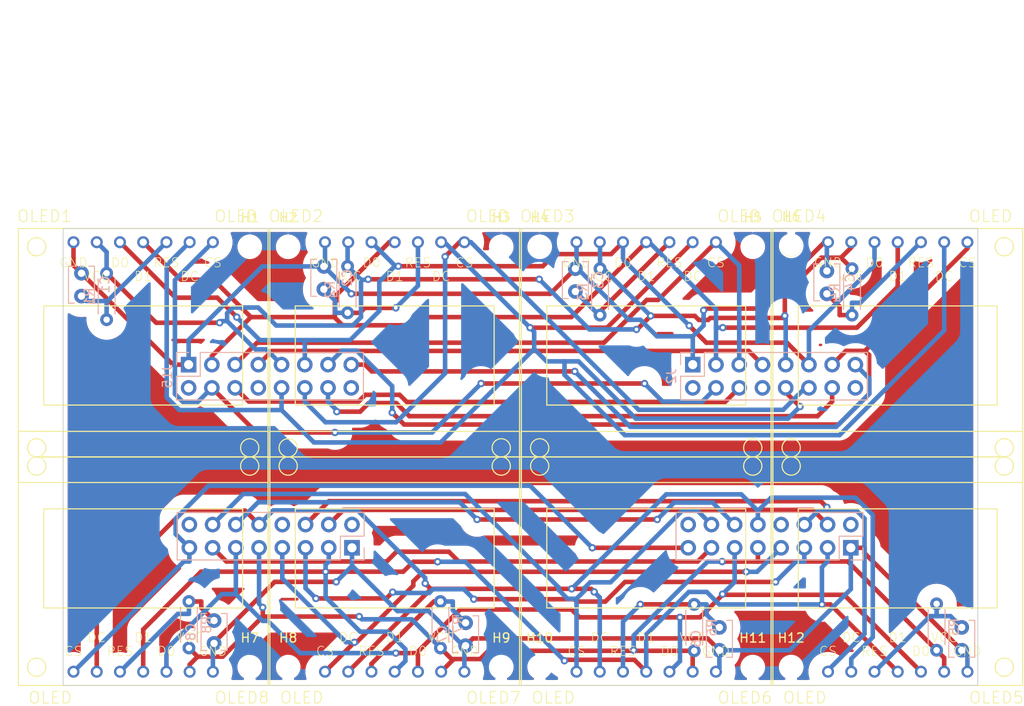
<source format=kicad_pcb>
(kicad_pcb (version 20221018) (generator pcbnew)
  (layers (0 "F.Cu" signal) (31 "B.Cu" signal) (34 "B.Paste" user) (35 "F.Paste" user) (36 "B.SilkS" user "B.Silkscreen") (37 "F.SilkS" user "F.Silkscreen") (38 "B.Mask" user) (39 "F.Mask" user) (44 "Edge.Cuts" user))
  (net 0 "")
  (net 2 "Net-(C1-Pad1)")
  (net 3 "Net-(J15-Pin_1)")
  (net 4 "Net-(C2-Pad1)")
  (net 5 "Net-(C3-Pad1)")
  (net 6 "Net-(C4-Pad1)")
  (net 7 "Net-(J15-Pin_3)")
  (net 8 "Net-(J15-Pin_4)")
  (net 9 "Net-(J15-Pin_5)")
  (net 10 "Net-(J15-Pin_6)")
  (net 11 "Net-(J15-Pin_7)")
  (net 12 "Net-(J15-Pin_9)")
  (net 13 "Net-(J15-Pin_10)")
  (net 14 "Net-(J15-Pin_11)")
  (net 15 "Net-(J15-Pin_12)")
  (net 16 "Net-(J15-Pin_13)")
  (net 17 "Net-(J15-Pin_14)")
  (net 18 "Net-(J15-Pin_15)")
  (net 20 "Net-(C5-Pad1)")
  (net 21 "Net-(J1-Pin_1)")
  (net 22 "Net-(C6-Pad1)")
  (net 23 "Net-(C7-Pad1)")
  (net 24 "Net-(C8-Pad1)")
  (net 26 "Net-(J1-Pin_3)")
  (net 27 "Net-(J1-Pin_4)")
  (net 28 "Net-(J1-Pin_5)")
  (net 29 "Net-(J1-Pin_6)")
  (net 30 "Net-(J1-Pin_7)")
  (net 32 "Net-(J1-Pin_9)")
  (net 33 "Net-(J1-Pin_10)")
  (net 34 "Net-(J1-Pin_11)")
  (net 35 "Net-(J1-Pin_12)")
  (net 36 "Net-(J1-Pin_13)")
  (net 37 "Net-(J1-Pin_14)")
  (net 38 "Net-(J1-Pin_15)")
  (footprint "MountingHole:MountingHole_2.2mm_M2" (layer "F.Cu") (at 147.9 98.1)
    (fp_text reference "H9")
    (fp_text value "MountingHole")
  )
  (footprint "MountingHole:MountingHole_2.2mm_M2" (layer "F.Cu") (at 179.6 52)
    (fp_text reference "H6")
    (fp_text value "MountingHole")
  )
  (footprint "MountingHole:MountingHole_2.2mm_M2" (layer "F.Cu") (at 175.4 98.1)
    (fp_text reference "H11")
    (fp_text value "MountingHole")
  )
  (footprint "oled:oled-OLED_STANDARD" (layer "F.Cu") (at 191.25 63.9977)
    (fp_text reference "OLED4")
    (fp_text value "OLED")
  )
  (footprint "oled:oled-OLED_STANDARD" (layer "F.Cu") (at 108.75 86.2023 180)
    (fp_text reference "OLED8")
    (fp_text value "OLED")
  )
  (footprint "oled:oled-OLED_STANDARD" (layer "F.Cu") (at 163.75 64)
    (fp_text reference "OLED3")
    (fp_text value "OLED")
  )
  (footprint "oled:oled-OLED_STANDARD" (layer "F.Cu") (at 108.75 64)
    (fp_text reference "OLED1")
    (fp_text value "OLED")
  )
  (footprint "oled:oled-OLED_STANDARD" (layer "F.Cu") (at 163.75 86.2 180)
    (fp_text reference "OLED6")
    (fp_text value "OLED")
  )
  (footprint "oled:oled-OLED_STANDARD" (layer "F.Cu") (at 191.25 86.2 180)
    (fp_text reference "OLED5")
    (fp_text value "OLED")
  )
  (footprint "MountingHole:MountingHole_2.2mm_M2" (layer "F.Cu") (at 152.1 52.1)
    (fp_text reference "H4")
    (fp_text value "MountingHole")
  )
  (footprint "MountingHole:MountingHole_2.2mm_M2" (layer "F.Cu") (at 124.6 98.1)
    (fp_text reference "H8")
    (fp_text value "MountingHole")
  )
  (footprint "MountingHole:MountingHole_2.2mm_M2" (layer "F.Cu") (at 147.9 52.1)
    (fp_text reference "H3")
    (fp_text value "MountingHole")
  )
  (footprint "oled:oled-OLED_STANDARD" (layer "F.Cu") (at 136.25 86.2 180)
    (fp_text reference "OLED7")
    (fp_text value "OLED")
  )
  (footprint "MountingHole:MountingHole_2.2mm_M2" (layer "F.Cu") (at 124.6 52.1)
    (fp_text reference "H2")
    (fp_text value "MountingHole")
  )
  (footprint "MountingHole:MountingHole_2.2mm_M2" (layer "F.Cu") (at 120.4 98.1)
    (fp_text reference "H7")
    (fp_text value "MountingHole")
  )
  (footprint "MountingHole:MountingHole_2.2mm_M2" (layer "F.Cu") (at 175.4 52.1)
    (fp_text reference "H5")
    (fp_text value "MountingHole")
  )
  (footprint "MountingHole:MountingHole_2.2mm_M2" (layer "F.Cu") (at 152.1 98.1)
    (fp_text reference "H10")
    (fp_text value "MountingHole")
  )
  (footprint "MountingHole:MountingHole_2.2mm_M2" (layer "F.Cu") (at 179.6 98.1)
    (fp_text reference "H12")
    (fp_text value "MountingHole")
  )
  (footprint "oled:oled-OLED_STANDARD" (layer "F.Cu") (at 136.25 64)
    (fp_text reference "OLED2")
    (fp_text value "OLED")
  )
  (footprint "MountingHole:MountingHole_2.2mm_M2" (layer "F.Cu") (at 120.4 52.1)
    (fp_text reference "H1")
    (fp_text value "MountingHole")
  )
  (footprint "Connector_PinHeader_2.54mm:PinHeader_2x08_P2.54mm_Vertical" (layer "B.Cu") (at 113.72 65 -90)
    (fp_text reference "J15")
    (fp_text value "Conn_02x08_Top_Bottom")
  )
  (footprint "Capacitor_THT:C_Disc_D3.8mm_W2.6mm_P2.50mm" (layer "B.Cu") (at 128.5 56.75 90)
    (fp_text reference "C2")
    (fp_text value "10uF")
  )
  (footprint "Resistor_THT:R_Axial_DIN0204_L3.6mm_D1.6mm_P5.08mm_Horizontal" (layer "B.Cu") (at 195.5 96.25 90)
    (fp_text reference "R5")
    (fp_text value "1k")
  )
  (footprint "Resistor_THT:R_Axial_DIN0204_L3.6mm_D1.6mm_P5.08mm_Horizontal" (layer "B.Cu") (at 169 96.31 90)
    (fp_text reference "R6")
    (fp_text value "1k")
  )
  (footprint "Resistor_THT:R_Axial_DIN0204_L3.6mm_D1.6mm_P5.08mm_Horizontal" (layer "B.Cu") (at 158.7 54.5 -90)
    (fp_text reference "R3")
    (fp_text value "1k")
  )
  (footprint "Resistor_THT:R_Axial_DIN0204_L3.6mm_D1.6mm_P5.08mm_Horizontal" (layer "B.Cu") (at 186.25 54.5 -90)
    (fp_text reference "R4")
    (fp_text value "1k")
  )
  (footprint "Capacitor_THT:C_Disc_D3.8mm_W2.6mm_P2.50mm" (layer "B.Cu") (at 183.5 57.25 90)
    (fp_text reference "C4")
    (fp_text value "10uF")
  )
  (footprint "Connector_PinHeader_2.54mm:PinHeader_2x08_P2.54mm_Vertical" (layer "B.Cu") (at 131.58 85.04 90)
    (fp_text reference "J1" hide)
    (fp_text value "Conn_02x08_Top_Bottom")
  )
  (footprint "Capacitor_THT:C_Disc_D3.8mm_W2.6mm_P2.50mm" (layer "B.Cu") (at 171.75 93.75 -90)
    (fp_text reference "C6")
    (fp_text value "10uF")
  )
  (footprint "Connector_PinHeader_2.54mm:PinHeader_2x08_P2.54mm_Vertical" (layer "B.Cu") (at 186.12 85.04 90)
    (fp_text reference "J3" hide)
    (fp_text value "Conn_02x08_Top_Bottom")
  )
  (footprint "Resistor_THT:R_Axial_DIN0204_L3.6mm_D1.6mm_P5.08mm_Horizontal" (layer "B.Cu") (at 141.25 96 90)
    (fp_text reference "R7")
    (fp_text value "1k")
  )
  (footprint "Capacitor_THT:C_Disc_D3.8mm_W2.6mm_P2.50mm" (layer "B.Cu") (at 144 93.25 -90)
    (fp_text reference "C7")
    (fp_text value "10uF")
  )
  (footprint "Resistor_THT:R_Axial_DIN0204_L3.6mm_D1.6mm_P5.08mm_Horizontal" (layer "B.Cu") (at 104.75 55 -90)
    (fp_text reference "R1")
    (fp_text value "1k")
  )
  (footprint "Capacitor_THT:C_Disc_D3.8mm_W2.6mm_P2.50mm" (layer "B.Cu") (at 156 57 90)
    (fp_text reference "C3")
    (fp_text value "10uF")
  )
  (footprint "Connector_PinHeader_2.54mm:PinHeader_2x08_P2.54mm_Vertical" (layer "B.Cu") (at 168.84 65 -90)
    (fp_text reference "J2")
    (fp_text value "Conn_02x08_Top_Bottom")
  )
  (footprint "Capacitor_THT:C_Disc_D3.8mm_W2.6mm_P2.50mm" (layer "B.Cu") (at 198.25 93.75 -90)
    (fp_text reference "C5" hide)
    (fp_text value "10uF")
  )
  (footprint "Capacitor_THT:C_Disc_D3.8mm_W2.6mm_P2.50mm" (layer "B.Cu") (at 116.5 93 -90)
    (fp_text reference "C8")
    (fp_text value "10uF")
  )
  (footprint "Resistor_THT:R_Axial_DIN0204_L3.6mm_D1.6mm_P5.08mm_Horizontal" (layer "B.Cu") (at 113.75 96 90)
    (fp_text reference "R8")
    (fp_text value "1k")
  )
  (footprint "Capacitor_THT:C_Disc_D3.8mm_W2.6mm_P2.50mm" (layer "B.Cu") (at 102 57.5 90)
    (fp_text reference "C1")
    (fp_text value "10uF")
  )
  (footprint "Resistor_THT:R_Axial_DIN0204_L3.6mm_D1.6mm_P5.08mm_Horizontal" (layer "B.Cu") (at 131.1 54.25 -90)
    (fp_text reference "R2")
    (fp_text value "1k")
  )
  (gr_line (start 97.10156 75.0998) (end 202.89844 75.09754) (stroke (width 0.15)) (layer "F.SilkS"))
  (gr_poly (pts (xy 200 100.10226) (xy 100 100.10226) (xy 100 50.10226) (xy 200 50.10226)) (stroke (width 0.1)) (fill none) (layer "Edge.Cuts"))
  (segment (start 111.29 51.6023) (end 104.8523 58.04) (width 0.5) (layer "B.Cu") (net 2))
  (segment (start 104.75 58.04) (end 102.54 58.04) (width 0.5) (layer "B.Cu") (net 2))
  (segment (start 102.54 58.04) (end 102 57.5) (width 0.5) (layer "B.Cu") (net 2))
  (segment (start 104.75 58.7299) (end 104.75 58.04) (width 0.5) (layer "B.Cu") (net 2))
  (segment (start 104.8523 58.04) (end 104.75 58.04) (width 0.5) (layer "B.Cu") (net 2))
  (segment (start 104.75 60.08) (end 104.75 58.7299) (width 0.5) (layer "B.Cu") (net 2))
  (segment (start 112 65) (end 102 55) (width 0.5) (layer "F.Cu") (net 3))
  (segment (start 183.2383 51.6) (end 183.63 51.6) (width 0.5) (layer "F.Cu") (net 3))
  (segment (start 101.13 54.13) (end 101.13 51.6023) (width 0.5) (layer "F.Cu") (net 3))
  (segment (start 156 54.5) (end 153.2521 57.2479) (width 0.5) (layer "F.Cu") (net 3))
  (segment (start 113.72 65) (end 112 65) (width 0.5) (layer "F.Cu") (net 3))
  (segment (start 153.2521 57.2479) (end 131.5079 57.2479) (width 0.5) (layer "F.Cu") (net 3))
  (segment (start 175.9754 58.8629) (end 183.2383 51.6) (width 0.5) (layer "F.Cu") (net 3))
  (segment (start 170.0258 59.0586) (end 170.2215 58.8629) (width 0.5) (layer "F.Cu") (net 3))
  (segment (start 102 55) (end 101.13 54.13) (width 0.5) (layer "F.Cu") (net 3))
  (segment (start 170.2215 58.8629) (end 175.9754 58.8629) (width 0.5) (layer "F.Cu") (net 3))
  (via (at 131.5079 57.2479) (size 0.8) (drill 0.4) (layers "F.Cu" "B.Cu") (net 3))
  (via (at 170.0258 59.0586) (size 0.8) (drill 0.4) (layers "F.Cu" "B.Cu") (net 3))
  (segment (start 161.8542 60.0942) (end 156.13 54.37) (width 0.5) (layer "B.Cu") (net 3))
  (segment (start 113.72 62.304) (end 113.72 63.4999) (width 0.5) (layer "B.Cu") (net 3))
  (segment (start 164.9242 61.9) (end 163.1184 60.0942) (width 0.5) (layer "B.Cu") (net 3))
  (segment (start 168.84 63.4999) (end 168.84 61.9) (width 0.5) (layer "B.Cu") (net 3))
  (segment (start 168.84 65) (end 168.84 63.4999) (width 0.5) (layer "B.Cu") (net 3))
  (segment (start 183.63 51.6) (end 183.5 51.73) (width 0.5) (layer "B.Cu") (net 3))
  (segment (start 113.72 65) (end 113.72 63.4999) (width 0.5) (layer "B.Cu") (net 3))
  (segment (start 121.774 54.25) (end 113.72 62.304) (width 0.5) (layer "B.Cu") (net 3))
  (segment (start 131.5079 57.2479) (end 128.51 54.25) (width 0.5) (layer "B.Cu") (net 3))
  (segment (start 128.63 54.12) (end 128.63 51.6023) (width 0.5) (layer "B.Cu") (net 3))
  (segment (start 168.84 61.9) (end 164.9242 61.9) (width 0.5) (layer "B.Cu") (net 3))
  (segment (start 168.84 61.9) (end 170.0258 60.7142) (width 0.5) (layer "B.Cu") (net 3))
  (segment (start 170.0258 60.7142) (end 170.0258 59.0586) (width 0.5) (layer "B.Cu") (net 3))
  (segment (start 128.5 54.25) (end 121.774 54.25) (width 0.5) (layer "B.Cu") (net 3))
  (segment (start 156.13 54.37) (end 156.13 51.6023) (width 0.5) (layer "B.Cu") (net 3))
  (segment (start 128.5 54.25) (end 128.63 54.12) (width 0.5) (layer "B.Cu") (net 3))
  (segment (start 156 54.5) (end 156.13 54.37) (width 0.5) (layer "B.Cu") (net 3))
  (segment (start 163.1184 60.0942) (end 161.8542 60.0942) (width 0.5) (layer "B.Cu") (net 3))
  (segment (start 183.5 51.73) (end 183.5 54.75) (width 0.5) (layer "B.Cu") (net 3))
  (segment (start 128.51 54.25) (end 128.5 54.25) (width 0.5) (layer "B.Cu") (net 3))
  (segment (start 136.3686 58.7914) (end 132.9887 58.7914) (width 0.5) (layer "F.Cu") (net 4))
  (segment (start 132.9887 58.7914) (end 132.4501 59.33) (width 0.5) (layer "F.Cu") (net 4))
  (segment (start 131.1 59.33) (end 132.4501 59.33) (width 0.5) (layer "F.Cu") (net 4))
  (via (at 136.3686 58.7914) (size 0.8) (drill 0.4) (layers "F.Cu" "B.Cu") (net 4))
  (segment (start 138.79 51.6023) (end 138.79 56.37) (width 0.5) (layer "B.Cu") (net 4))
  (segment (start 138.79 56.37) (end 136.3686 58.7914) (width 0.5) (layer "B.Cu") (net 4))
  (segment (start 129.7499 57.9999) (end 128.5 56.75) (width 0.5) (layer "B.Cu") (net 4))
  (segment (start 129.7499 59.33) (end 129.7499 57.9999) (width 0.5) (layer "B.Cu") (net 4))
  (segment (start 131.1 59.33) (end 129.7499 59.33) (width 0.5) (layer "B.Cu") (net 4))
  (segment (start 166.29 51.6023) (end 158.7 59.1923) (width 0.5) (layer "F.Cu") (net 5))
  (segment (start 158.7 59.1923) (end 158.7 59.58) (width 0.5) (layer "F.Cu") (net 5))
  (segment (start 158.58 59.58) (end 156 57) (width 0.5) (layer "B.Cu") (net 5))
  (segment (start 158.7 59.58) (end 158.58 59.58) (width 0.5) (layer "B.Cu") (net 5))
  (segment (start 184.8999 59.58) (end 184.8999 58.6499) (width 0.5) (layer "F.Cu") (net 6))
  (segment (start 184.8999 58.6499) (end 183.5 57.25) (width 0.5) (layer "F.Cu") (net 6))
  (segment (start 186.25 59.58) (end 184.8999 59.58) (width 0.5) (layer "F.Cu") (net 6))
  (segment (start 186.25 58.2299) (end 187.1601 58.2299) (width 0.5) (layer "B.Cu") (net 6))
  (segment (start 186.25 59.58) (end 186.25 58.2299) (width 0.5) (layer "B.Cu") (net 6))
  (segment (start 187.1601 58.2299) (end 193.79 51.6) (width 0.5) (layer "B.Cu") (net 6))
  (segment (start 129.7037 58.2071) (end 129.9502 57.9606) (width 0.5) (layer "F.Cu") (net 7))
  (segment (start 186.7856 60.9545) (end 191.25 56.4901) (width 0.5) (layer "F.Cu") (net 7))
  (segment (start 191.25 56.4901) (end 191.25 51.6) (width 0.5) (layer "F.Cu") (net 7))
  (segment (start 137.8777 60.6936) (end 130.5414 60.6936) (width 0.5) (layer "F.Cu") (net 7))
  (segment (start 129.7037 59.7996) (end 120.5228 59.7996) (width 0.5) (layer "F.Cu") (net 7))
  (segment (start 129.9502 57.3093) (end 135.6572 51.6023) (width 0.5) (layer "F.Cu") (net 7))
  (segment (start 163.75 51.6023) (end 155.5524 59.7999) (width 0.5) (layer "F.Cu") (net 7))
  (segment (start 120.5228 59.7996) (end 116.4292 55.7061) (width 0.5) (layer "F.Cu") (net 7))
  (segment (start 116.26 65) (end 116.26 64.0624) (width 0.5) (layer "F.Cu") (net 7))
  (segment (start 130.5414 60.6936) (end 129.7037 59.8559) (width 0.5) (layer "F.Cu") (net 7))
  (segment (start 129.7037 59.8559) (end 129.7037 59.7996) (width 0.5) (layer "F.Cu") (net 7))
  (segment (start 138.7714 59.7999) (end 137.8777 60.6936) (width 0.5) (layer "F.Cu") (net 7))
  (segment (start 129.9502 57.9606) (end 129.9502 57.3093) (width 0.5) (layer "F.Cu") (net 7))
  (segment (start 135.6572 51.6023) (end 136.25 51.6023) (width 0.5) (layer "F.Cu") (net 7))
  (segment (start 112.8538 55.7061) (end 108.75 51.6023) (width 0.5) (layer "F.Cu") (net 7))
  (segment (start 116.4292 55.7061) (end 112.8538 55.7061) (width 0.5) (layer "F.Cu") (net 7))
  (segment (start 129.7037 59.7996) (end 129.7037 58.2071) (width 0.5) (layer "F.Cu") (net 7))
  (segment (start 172.1232 60.9545) (end 186.7856 60.9545) (width 0.5) (layer "F.Cu") (net 7))
  (segment (start 116.26 64.0624) (end 120.5228 59.7996) (width 0.5) (layer "F.Cu") (net 7))
  (segment (start 155.5524 59.7999) (end 138.7714 59.7999) (width 0.5) (layer "F.Cu") (net 7))
  (via (at 172.1232 60.9545) (size 0.8) (drill 0.4) (layers "F.Cu" "B.Cu") (net 7))
  (segment (start 171.38 60.9545) (end 172.1232 60.9545) (width 0.5) (layer "B.Cu") (net 7))
  (segment (start 171.38 60.9545) (end 171.38 58.9119) (width 0.5) (layer "B.Cu") (net 7))
  (segment (start 171.38 65) (end 171.38 60.9545) (width 0.5) (layer "B.Cu") (net 7))
  (segment (start 164.0704 51.6023) (end 163.75 51.6023) (width 0.5) (layer "B.Cu") (net 7))
  (segment (start 171.38 58.9119) (end 164.0704 51.6023) (width 0.5) (layer "B.Cu") (net 7))
  (segment (start 163.5642 67.0646) (end 145.6935 67.0646) (width 0.5) (layer "F.Cu") (net 8))
  (segment (start 121.1443 72.4243) (end 116.26 67.54) (width 0.5) (layer "F.Cu") (net 8))
  (segment (start 129.7177 72.4243) (end 121.1443 72.4243) (width 0.5) (layer "F.Cu") (net 8))
  (via (at 163.5642 67.0646) (size 0.8) (drill 0.4) (layers "F.Cu" "B.Cu") (net 8))
  (via (at 129.7177 72.4243) (size 0.8) (drill 0.4) (layers "F.Cu" "B.Cu") (net 8))
  (via (at 145.6935 67.0646) (size 0.8) (drill 0.4) (layers "F.Cu" "B.Cu") (net 8))
  (segment (start 113.074 69.0669) (end 114.7331 69.0669) (width 0.5) (layer "B.Cu") (net 8))
  (segment (start 129.7177 72.4243) (end 140.3338 72.4243) (width 0.5) (layer "B.Cu") (net 8))
  (segment (start 169.8798 69.0402) (end 165.5398 69.0402) (width 0.5) (layer "B.Cu") (net 8))
  (segment (start 116.37 51.6023) (end 112.2193 55.753) (width 0.5) (layer "B.Cu") (net 8))
  (segment (start 140.3338 72.4243) (end 145.6935 67.0646) (width 0.5) (layer "B.Cu") (net 8))
  (segment (start 171.38 67.54) (end 169.8798 69.0402) (width 0.5) (layer "B.Cu") (net 8))
  (segment (start 112.2193 55.753) (end 112.2193 68.2122) (width 0.5) (layer "B.Cu") (net 8))
  (segment (start 165.5398 69.0402) (end 163.5642 67.0646) (width 0.5) (layer "B.Cu") (net 8))
  (segment (start 114.7331 69.0669) (end 116.26 67.54) (width 0.5) (layer "B.Cu") (net 8))
  (segment (start 112.2193 68.2122) (end 113.074 69.0669) (width 0.5) (layer "B.Cu") (net 8))
  (segment (start 163.8091 57.919) (end 159.1285 62.5996) (width 0.5) (layer "F.Cu") (net 9))
  (segment (start 165.0533 57.919) (end 163.8091 57.919) (width 0.5) (layer "F.Cu") (net 9))
  (segment (start 171.37 51.6023) (end 165.0533 57.919) (width 0.5) (layer "F.Cu") (net 9))
  (segment (start 121.2004 62.5996) (end 118.8 65) (width 0.5) (layer "F.Cu") (net 9))
  (segment (start 159.1285 62.5996) (end 121.2004 62.5996) (width 0.5) (layer "F.Cu") (net 9))
  (segment (start 173.92 63.4999) (end 173.92 54.1523) (width 0.5) (layer "B.Cu") (net 9))
  (segment (start 173.92 54.1523) (end 171.37 51.6023) (width 0.5) (layer "B.Cu") (net 9))
  (segment (start 173.92 65) (end 173.92 63.4999) (width 0.5) (layer "B.Cu") (net 9))
  (segment (start 173.92 67.54) (end 172.3787 69.0813) (width 0.5) (layer "F.Cu") (net 10))
  (segment (start 137.5676 69.0813) (end 136.7859 68.2996) (width 0.5) (layer "F.Cu") (net 10))
  (segment (start 120.3002 69.0402) (end 118.8 67.54) (width 0.5) (layer "F.Cu") (net 10))
  (segment (start 172.3787 69.0813) (end 137.5676 69.0813) (width 0.5) (layer "F.Cu") (net 10))
  (segment (start 136.7859 68.2996) (end 133.0407 68.2996) (width 0.5) (layer "F.Cu") (net 10))
  (segment (start 132.3001 69.0402) (end 120.3002 69.0402) (width 0.5) (layer "F.Cu") (net 10))
  (segment (start 133.0407 68.2996) (end 132.3001 69.0402) (width 0.5) (layer "F.Cu") (net 10))
  (segment (start 176.46 65) (end 174.9598 63.4998) (width 0.5) (layer "F.Cu") (net 11))
  (segment (start 122.8402 63.4998) (end 121.34 65) (width 0.5) (layer "F.Cu") (net 11))
  (segment (start 174.9598 63.4998) (end 122.8402 63.4998) (width 0.5) (layer "F.Cu") (net 11))
  (segment (start 169.5075 60.1115) (end 170.5194 60.1115) (width 0.5) (layer "F.Cu") (net 12))
  (segment (start 185.0498 53.2998) (end 182.8868 53.2998) (width 0.5) (layer "F.Cu") (net 12))
  (segment (start 170.7403 59.8906) (end 178.6696 59.8906) (width 0.5) (layer "F.Cu") (net 12))
  (segment (start 182.8868 53.2998) (end 178.905 57.2816) (width 0.5) (layer "F.Cu") (net 12))
  (segment (start 185.0498 53.2998) (end 186.17 52.1796) (width 0.5) (layer "F.Cu") (net 12))
  (segment (start 110.1659 60.4159) (end 104.75 55) (width 0.5) (layer "F.Cu") (net 12))
  (segment (start 170.5194 60.1115) (end 170.7403 59.8906) (width 0.5) (layer "F.Cu") (net 12))
  (segment (start 164.236 59.6663) (end 169.0623 59.6663) (width 0.5) (layer "F.Cu") (net 12))
  (segment (start 162.6834 61.1443) (end 162.758 61.1443) (width 0.5) (layer "F.Cu") (net 12))
  (segment (start 178.905 57.2816) (end 178.905 59.6552) (width 0.5) (layer "F.Cu") (net 12))
  (segment (start 162.758 61.1443) (end 164.236 59.6663) (width 0.5) (layer "F.Cu") (net 12))
  (segment (start 178.6696 59.8906) (end 178.905 59.6552) (width 0.5) (layer "F.Cu") (net 12))
  (segment (start 186.17 52.1796) (end 186.17 51.6) (width 0.5) (layer "F.Cu") (net 12))
  (segment (start 117.111 60.4159) (end 110.1659 60.4159) (width 0.5) (layer "F.Cu") (net 12))
  (segment (start 169.0623 59.6663) (end 169.5075 60.1115) (width 0.5) (layer "F.Cu") (net 12))
  (segment (start 133.3429 55.6606) (end 152.0563 55.6606) (width 0.5) (layer "F.Cu") (net 12))
  (segment (start 186.25 54.5) (end 185.0498 53.2998) (width 0.5) (layer "F.Cu") (net 12))
  (via (at 152.0563 55.6606) (size 0.8) (drill 0.4) (layers "F.Cu" "B.Cu") (net 12))
  (via (at 117.111 60.4159) (size 0.8) (drill 0.4) (layers "F.Cu" "B.Cu") (net 12))
  (via (at 133.3429 55.6606) (size 0.8) (drill 0.4) (layers "F.Cu" "B.Cu") (net 12))
  (via (at 178.905 59.6552) (size 0.8) (drill 0.4) (layers "F.Cu" "B.Cu") (net 12))
  (via (at 164.236 59.6663) (size 0.8) (drill 0.4) (layers "F.Cu" "B.Cu") (net 12))
  (via (at 162.6834 61.1443) (size 0.8) (drill 0.4) (layers "F.Cu" "B.Cu") (net 12))
  (segment (start 132.5644 55.7144) (end 133.2891 55.7144) (width 0.5) (layer "B.Cu") (net 12))
  (segment (start 158.7 54.5) (end 159.0697 54.5) (width 0.5) (layer "B.Cu") (net 12))
  (segment (start 179 59.7502) (end 178.905 59.6552) (width 0.5) (layer "B.Cu") (net 12))
  (segment (start 132.5644 55.7144) (end 132.5644 59.8121) (width 0.5) (layer "B.Cu") (net 12))
  (segment (start 117.9297 59.3673) (end 117.9297 60.2371) (width 0.5) (layer "B.Cu") (net 12))
  (segment (start 122.207 63.327) (end 123.88 65) (width 0.5) (layer "B.Cu") (net 12))
  (segment (start 132.5644 59.8121) (end 131.6567 60.7198) (width 0.5) (layer "B.Cu") (net 12))
  (segment (start 179 63.7249) (end 179 59.7502) (width 0.5) (layer "B.Cu") (net 12))
  (segment (start 131.1 51.6723) (end 131.1 54.25) (width 0.5) (layer "B.Cu") (net 12))
  (segment (start 157.54 61.1443) (end 152.0563 55.6606) (width 0.5) (layer "B.Cu") (net 12))
  (segment (start 159.0697 54.5) (end 164.236 59.6663) (width 0.5) (layer "B.Cu") (net 12))
  (segment (start 131.17 51.6023) (end 131.1 51.6723) (width 0.5) (layer "B.Cu") (net 12))
  (segment (start 121.0196 63.327) (end 122.207 63.327) (width 0.5) (layer "B.Cu") (net 12))
  (segment (start 117.9297 60.2371) (end 117.2898 60.2371) (width 0.5) (layer "B.Cu") (net 12))
  (segment (start 104.75 52.6823) (end 103.67 51.6023) (width 0.5) (layer "B.Cu") (net 12))
  (segment (start 133.2891 55.7144) (end 133.3429 55.6606) (width 0.5) (layer "B.Cu") (net 12))
  (segment (start 131.6567 60.7198) (end 123.2962 60.7198) (width 0.5) (layer "B.Cu") (net 12))
  (segment (start 158.7 51.6323) (end 158.67 51.6023) (width 0.5) (layer "B.Cu") (net 12))
  (segment (start 121.3285 58.7521) (end 118.5449 58.7521) (width 0.5) (layer "B.Cu") (net 12))
  (segment (start 117.2898 60.2371) (end 117.111 60.4159) (width 0.5) (layer "B.Cu") (net 12))
  (segment (start 162.6834 61.1443) (end 157.54 61.1443) (width 0.5) (layer "B.Cu") (net 12))
  (segment (start 158.7 54.5) (end 158.7 51.6323) (width 0.5) (layer "B.Cu") (net 12))
  (segment (start 117.9297 60.2371) (end 121.0196 63.327) (width 0.5) (layer "B.Cu") (net 12))
  (segment (start 123.2962 60.7198) (end 121.3285 58.7521) (width 0.5) (layer "B.Cu") (net 12))
  (segment (start 179 65) (end 179 63.7249) (width 0.5) (layer "B.Cu") (net 12))
  (segment (start 131.1 54.25) (end 132.5644 55.7144) (width 0.5) (layer "B.Cu") (net 12))
  (segment (start 104.75 55) (end 104.75 52.6823) (width 0.5) (layer "B.Cu") (net 12))
  (segment (start 118.5449 58.7521) (end 117.9297 59.3673) (width 0.5) (layer "B.Cu") (net 12))
  (segment (start 179 67.54) (end 179 68.0247) (width 0.5) (layer "F.Cu") (net 13))
  (segment (start 168.83 51.6023) (end 159.4761 60.9562) (width 0.5) (layer "F.Cu") (net 13))
  (segment (start 179 68.0247) (end 180.5659 69.5906) (width 0.5) (layer "F.Cu") (net 13))
  (segment (start 159.4761 60.9562) (end 151.0475 60.9562) (width 0.5) (layer "F.Cu") (net 13))
  (via (at 180.5659 69.5906) (size 0.8) (drill 0.4) (layers "F.Cu" "B.Cu") (net 13))
  (via (at 151.0475 60.9562) (size 0.8) (drill 0.4) (layers "F.Cu" "B.Cu") (net 13))
  (segment (start 151.4992 61.4079) (end 151.4992 63.2831) (width 0.5) (layer "B.Cu") (net 13))
  (segment (start 151.4992 63.2831) (end 141.2698 73.5125) (width 0.5) (layer "B.Cu") (net 13))
  (segment (start 151.0475 60.9562) (end 151.4992 61.4079) (width 0.5) (layer "B.Cu") (net 13))
  (segment (start 141.33 51.6023) (end 141.6936 51.6023) (width 0.5) (layer "B.Cu") (net 13))
  (segment (start 196.33 61.269) (end 196.33 51.6) (width 0.5) (layer "B.Cu") (net 13))
  (segment (start 154.8166 64.6427) (end 154.8166 66.1156) (width 0.5) (layer "B.Cu") (net 13))
  (segment (start 123.88 69.9681) (end 123.88 69.0401) (width 0.5) (layer "B.Cu") (net 13))
  (segment (start 123.88 69.9681) (end 112.7013 69.9681) (width 0.5) (layer "B.Cu") (net 13))
  (segment (start 154.8166 66.1156) (end 161.4161 72.7151) (width 0.5) (layer "B.Cu") (net 13))
  (segment (start 184.8839 72.7151) (end 196.33 61.269) (width 0.5) (layer "B.Cu") (net 13))
  (segment (start 161.4161 72.7151) (end 184.8839 72.7151) (width 0.5) (layer "B.Cu") (net 13))
  (segment (start 141.2698 73.5125) (end 127.4244 73.5125) (width 0.5) (layer "B.Cu") (net 13))
  (segment (start 156.3463 64.6427) (end 154.8166 64.6427) (width 0.5) (layer "B.Cu") (net 13))
  (segment (start 151.4992 63.2831) (end 152.8588 64.6427) (width 0.5) (layer "B.Cu") (net 13))
  (segment (start 127.4244 73.5125) (end 123.88 69.9681) (width 0.5) (layer "B.Cu") (net 13))
  (segment (start 179.2462 70.9103) (end 162.6139 70.9103) (width 0.5) (layer "B.Cu") (net 13))
  (segment (start 111.3185 54.1138) (end 113.83 51.6023) (width 0.5) (layer "B.Cu") (net 13))
  (segment (start 180.5659 69.5906) (end 179.2462 70.9103) (width 0.5) (layer "B.Cu") (net 13))
  (segment (start 111.3185 68.5853) (end 111.3185 54.1138) (width 0.5) (layer "B.Cu") (net 13))
  (segment (start 141.6936 51.6023) (end 151.0475 60.9562) (width 0.5) (layer "B.Cu") (net 13))
  (segment (start 112.7013 69.9681) (end 111.3185 68.5853) (width 0.5) (layer "B.Cu") (net 13))
  (segment (start 162.6139 70.9103) (end 156.3463 64.6427) (width 0.5) (layer "B.Cu") (net 13))
  (segment (start 152.8588 64.6427) (end 154.8166 64.6427) (width 0.5) (layer "B.Cu") (net 13))
  (segment (start 123.88 67.54) (end 123.88 69.0401) (width 0.5) (layer "B.Cu") (net 13))
  (segment (start 181.54 65) (end 179.1396 62.5996) (width 0.5) (layer "F.Cu") (net 14))
  (segment (start 118.9798 59.8022) (end 116.8524 57.6748) (width 0.5) (layer "F.Cu") (net 14))
  (segment (start 116.8524 57.6748) (end 112.2825 57.6748) (width 0.5) (layer "F.Cu") (net 14))
  (segment (start 152.4431 54.2319) (end 153.7697 52.9053) (width 0.5) (layer "F.Cu") (net 14))
  (segment (start 170.3235 62.5996) (end 168.4546 60.7307) (width 0.5) (layer "F.Cu") (net 14))
  (segment (start 112.2825 57.6748) (end 106.21 51.6023) (width 0.5) (layer "F.Cu") (net 14))
  (segment (start 136.6423 54.2319) (end 152.4431 54.2319) (width 0.5) (layer "F.Cu") (net 14))
  (segment (start 159.907 52.9053) (end 161.21 51.6023) (width 0.5) (layer "F.Cu") (net 14))
  (segment (start 179.1396 62.5996) (end 170.3235 62.5996) (width 0.5) (layer "F.Cu") (net 14))
  (segment (start 153.7697 52.9053) (end 159.907 52.9053) (width 0.5) (layer "F.Cu") (net 14))
  (via (at 136.6423 54.2319) (size 0.8) (drill 0.4) (layers "F.Cu" "B.Cu") (net 14))
  (via (at 168.4546 60.7307) (size 0.8) (drill 0.4) (layers "F.Cu" "B.Cu") (net 14))
  (via (at 118.9798 59.8022) (size 0.8) (drill 0.4) (layers "F.Cu" "B.Cu") (net 14))
  (segment (start 136.2568 54.1491) (end 136.2568 54.2319) (width 0.5) (layer "B.Cu") (net 14))
  (segment (start 181.54 65) (end 181.54 61.2954) (width 0.5) (layer "B.Cu") (net 14))
  (segment (start 188.71 54.1254) (end 188.71 51.6) (width 0.5) (layer "B.Cu") (net 14))
  (segment (start 133.71 51.6023) (end 136.2568 54.1491) (width 0.5) (layer "B.Cu") (net 14))
  (segment (start 136.2568 54.2319) (end 134.5673 55.9214) (width 0.5) (layer "B.Cu") (net 14))
  (segment (start 126.42 62.3147) (end 121.4923 62.3147) (width 0.5) (layer "B.Cu") (net 14))
  (segment (start 134.5673 59.1269) (end 131.3795 62.3147) (width 0.5) (layer "B.Cu") (net 14))
  (segment (start 126.42 62.3147) (end 126.42 63.4999) (width 0.5) (layer "B.Cu") (net 14))
  (segment (start 134.5673 55.9214) (end 134.5673 59.1269) (width 0.5) (layer "B.Cu") (net 14))
  (segment (start 161.21 53.4861) (end 168.4546 60.7307) (width 0.5) (layer "B.Cu") (net 14))
  (segment (start 181.54 61.2954) (end 188.71 54.1254) (width 0.5) (layer "B.Cu") (net 14))
  (segment (start 136.2568 54.2319) (end 136.6423 54.2319) (width 0.5) (layer "B.Cu") (net 14))
  (segment (start 161.21 51.6023) (end 161.21 53.4861) (width 0.5) (layer "B.Cu") (net 14))
  (segment (start 121.4923 62.3147) (end 118.9798 59.8022) (width 0.5) (layer "B.Cu") (net 14))
  (segment (start 126.42 65) (end 126.42 63.4999) (width 0.5) (layer "B.Cu") (net 14))
  (segment (start 131.3795 62.3147) (end 126.42 62.3147) (width 0.5) (layer "B.Cu") (net 14))
  (segment (start 143.87 51.6023) (end 143.3392 51.6023) (width 0.5) (layer "F.Cu") (net 15))
  (segment (start 143.3392 51.6023) (end 141.7597 53.1818) (width 0.5) (layer "F.Cu") (net 15))
  (via (at 141.7597 53.1818) (size 0.8) (drill 0.4) (layers "F.Cu" "B.Cu") (net 15))
  (segment (start 136.413 71.3013) (end 141.7597 65.9546) (width 0.5) (layer "B.Cu") (net 15))
  (segment (start 143.87 51.6023) (end 144.5789 51.6023) (width 0.5) (layer "B.Cu") (net 15))
  (segment (start 126.42 67.54) (end 126.42 69.0401) (width 0.5) (layer "B.Cu") (net 15))
  (segment (start 126.42 69.0401) (end 128.6812 71.3013) (width 0.5) (layer "B.Cu") (net 15))
  (segment (start 178.7266 69.9449) (end 181.1315 67.54) (width 0.5) (layer "B.Cu") (net 15))
  (segment (start 162.9215 69.9449) (end 178.7266 69.9449) (width 0.5) (layer "B.Cu") (net 15))
  (segment (start 181.1315 67.54) (end 181.54 67.54) (width 0.5) (layer "B.Cu") (net 15))
  (segment (start 144.5789 51.6023) (end 162.9215 69.9449) (width 0.5) (layer "B.Cu") (net 15))
  (segment (start 128.6812 71.3013) (end 136.413 71.3013) (width 0.5) (layer "B.Cu") (net 15))
  (segment (start 141.7597 65.9546) (end 141.7597 53.1818) (width 0.5) (layer "B.Cu") (net 15))
  (segment (start 187.6639 63.4937) (end 198.87 52.2876) (width 0.5) (layer "F.Cu") (net 16))
  (segment (start 137.2838 71.5556) (end 135.9787 70.2505) (width 0.5) (layer "F.Cu") (net 16))
  (segment (start 184.08 65) (end 185.5863 63.4937) (width 0.5) (layer "F.Cu") (net 16))
  (segment (start 198.87 52.2876) (end 198.87 51.6) (width 0.5) (layer "F.Cu") (net 16))
  (segment (start 187.6639 63.4937) (end 188.1234 63.9532) (width 0.5) (layer "F.Cu") (net 16))
  (segment (start 188.1234 68.2098) (end 184.7776 71.5556) (width 0.5) (layer "F.Cu") (net 16))
  (segment (start 184.7776 71.5556) (end 137.2838 71.5556) (width 0.5) (layer "F.Cu") (net 16))
  (segment (start 188.1234 63.9532) (end 188.1234 68.2098) (width 0.5) (layer "F.Cu") (net 16))
  (segment (start 185.5863 63.4937) (end 187.6639 63.4937) (width 0.5) (layer "F.Cu") (net 16))
  (via (at 135.9787 70.2505) (size 0.8) (drill 0.4) (layers "F.Cu" "B.Cu") (net 16))
  (segment (start 132.0987 63.4748) (end 130.4852 63.4748) (width 0.5) (layer "B.Cu") (net 16))
  (segment (start 135.9787 70.2505) (end 135.9787 67.3548) (width 0.5) (layer "B.Cu") (net 16))
  (segment (start 135.9787 67.3548) (end 132.0987 63.4748) (width 0.5) (layer "B.Cu") (net 16))
  (segment (start 130.4852 63.4748) (end 128.96 65) (width 0.5) (layer "B.Cu") (net 16))
  (segment (start 136.413 69.1997) (end 133.419 69.1997) (width 0.5) (layer "F.Cu") (net 17))
  (segment (start 133.419 69.1997) (end 132.4729 70.1458) (width 0.5) (layer "F.Cu") (net 17))
  (segment (start 132.4729 70.1458) (end 129.9201 70.1458) (width 0.5) (layer "F.Cu") (net 17))
  (segment (start 184.08 69.0401) (end 182.4794 70.6407) (width 0.5) (layer "F.Cu") (net 17))
  (segment (start 137.854 70.6407) (end 136.413 69.1997) (width 0.5) (layer "F.Cu") (net 17))
  (segment (start 184.08 67.54) (end 184.08 69.0401) (width 0.5) (layer "F.Cu") (net 17))
  (segment (start 182.4794 70.6407) (end 137.854 70.6407) (width 0.5) (layer "F.Cu") (net 17))
  (via (at 129.9201 70.1458) (size 0.8) (drill 0.4) (layers "F.Cu" "B.Cu") (net 17))
  (segment (start 129.9201 70.1458) (end 129.9201 70.0002) (width 0.5) (layer "B.Cu") (net 17))
  (segment (start 129.9201 70.0002) (end 128.96 69.0401) (width 0.5) (layer "B.Cu") (net 17))
  (segment (start 128.96 67.54) (end 128.96 69.0401) (width 0.5) (layer "B.Cu") (net 17))
  (segment (start 155.9415 65.7391) (end 133.7392 65.7391) (width 0.5) (layer "F.Cu") (net 18))
  (segment (start 133.7392 65.7391) (end 133.0001 65) (width 0.5) (layer "F.Cu") (net 18))
  (segment (start 131.5 65) (end 133.0001 65) (width 0.5) (layer "F.Cu") (net 18))
  (via (at 155.9415 65.7391) (size 0.8) (drill 0.4) (layers "F.Cu" "B.Cu") (net 18))
  (segment (start 186.62 65) (end 188.1477 66.5277) (width 0.5) (layer "B.Cu") (net 18))
  (segment (start 188.1477 68.1782) (end 184.511 71.8149) (width 0.5) (layer "B.Cu") (net 18))
  (segment (start 162.0173 71.8149) (end 155.9415 65.7391) (width 0.5) (layer "B.Cu") (net 18))
  (segment (start 184.511 71.8149) (end 162.0173 71.8149) (width 0.5) (layer "B.Cu") (net 18))
  (segment (start 188.1477 66.5277) (end 188.1477 68.1782) (width 0.5) (layer "B.Cu") (net 18))
  (segment (start 194.7876 92.5201) (end 195.5 92.5201) (width 0.5) (layer "B.Cu") (net 20))
  (segment (start 195.5 91.17) (end 195.5 92.5201) (width 0.5) (layer "B.Cu") (net 20))
  (segment (start 195.5 92.5201) (end 197.0201 92.5201) (width 0.5) (layer "B.Cu") (net 20))
  (segment (start 188.71 98.5977) (end 194.7876 92.5201) (width 0.5) (layer "B.Cu") (net 20))
  (segment (start 197.0201 92.5201) (end 198.25 93.75) (width 0.5) (layer "B.Cu") (net 20))
  (segment (start 170.458 94.958) (end 144.792 94.958) (width 0.5) (layer "F.Cu") (net 21))
  (segment (start 116.5 95.3895) (end 123.1222 88.7673) (width 0.5) (layer "F.Cu") (net 21))
  (segment (start 116.5 95.5) (end 116.5 95.3895) (width 0.5) (layer "F.Cu") (net 21))
  (segment (start 144.792 94.958) (end 144 95.75) (width 0.5) (layer "F.Cu") (net 21))
  (segment (start 187.6201 85.04) (end 187.6201 85.6201) (width 0.5) (layer "F.Cu") (net 21))
  (segment (start 171.75 96.25) (end 170.458 94.958) (width 0.5) (layer "F.Cu") (net 21))
  (segment (start 187.6201 85.6201) (end 198.25 96.25) (width 0.5) (layer "F.Cu") (net 21))
  (segment (start 186.12 85.04) (end 187.6201 85.04) (width 0.5) (layer "F.Cu") (net 21))
  (segment (start 123.1222 88.7673) (end 129.8537 88.7673) (width 0.5) (layer "F.Cu") (net 21))
  (via (at 129.8537 88.7673) (size 0.8) (drill 0.4) (layers "F.Cu" "B.Cu") (net 21))
  (segment (start 143.87 95.88) (end 144 95.75) (width 0.5) (layer "B.Cu") (net 21))
  (segment (start 198.25 96.25) (end 198.87 96.87) (width 0.5) (layer "B.Cu") (net 21))
  (segment (start 131.58 85.04) (end 131.58 86.9964) (width 0.5) (layer "B.Cu") (net 21))
  (segment (start 139.951 91.961) (end 143.87 95.88) (width 0.5) (layer "B.Cu") (net 21))
  (segment (start 179.4359 96.25) (end 186.12 89.5659) (width 0.5) (layer "B.Cu") (net 21))
  (segment (start 116.37 95.63) (end 116.37 98.6) (width 0.5) (layer "B.Cu") (net 21))
  (segment (start 186.12 89.5659) (end 186.12 86.5401) (width 0.5) (layer "B.Cu") (net 21))
  (segment (start 131.6023 87.0187) (end 136.5446 91.961) (width 0.5) (layer "B.Cu") (net 21))
  (segment (start 186.12 85.04) (end 186.12 86.5401) (width 0.5) (layer "B.Cu") (net 21))
  (segment (start 171.75 96.25) (end 179.4359 96.25) (width 0.5) (layer "B.Cu") (net 21))
  (segment (start 198.87 96.87) (end 198.87 98.5977) (width 0.5) (layer "B.Cu") (net 21))
  (segment (start 131.6023 87.0187) (end 129.8537 88.7673) (width 0.5) (layer "B.Cu") (net 21))
  (segment (start 131.58 86.9964) (end 131.6023 87.0187) (width 0.5) (layer "B.Cu") (net 21))
  (segment (start 171.75 98.2177) (end 171.37 98.5977) (width 0.5) (layer "B.Cu") (net 21))
  (segment (start 143.87 98.5977) (end 143.87 95.88) (width 0.5) (layer "B.Cu") (net 21))
  (segment (start 116.5 95.5) (end 116.37 95.63) (width 0.5) (layer "B.Cu") (net 21))
  (segment (start 171.75 96.25) (end 171.75 98.2177) (width 0.5) (layer "B.Cu") (net 21))
  (segment (start 136.5446 91.961) (end 139.951 91.961) (width 0.5) (layer "B.Cu") (net 21))
  (segment (start 169 91.23) (end 163.1002 91.23) (width 0.5) (layer "F.Cu") (net 22))
  (via (at 163.1002 91.23) (size 0.8) (drill 0.4) (layers "F.Cu" "B.Cu") (net 22))
  (segment (start 170.3501 92.3501) (end 171.75 93.75) (width 0.5) (layer "B.Cu") (net 22))
  (segment (start 169 91.23) (end 170.3501 91.23) (width 0.5) (layer "B.Cu") (net 22))
  (segment (start 161.21 98.5977) (end 161.21 93.1202) (width 0.5) (layer "B.Cu") (net 22))
  (segment (start 170.3501 91.23) (end 170.3501 92.3501) (width 0.5) (layer "B.Cu") (net 22))
  (segment (start 161.21 93.1202) (end 163.1002 91.23) (width 0.5) (layer "B.Cu") (net 22))
  (segment (start 141.25 90.92) (end 140.5254 90.92) (width 0.5) (layer "F.Cu") (net 23))
  (segment (start 140.5254 90.92) (end 133.71 97.7354) (width 0.5) (layer "F.Cu") (net 23))
  (segment (start 133.71 97.7354) (end 133.71 98.5977) (width 0.5) (layer "F.Cu") (net 23))
  (segment (start 141.25 90.92) (end 142.6001 90.92) (width 0.5) (layer "B.Cu") (net 23))
  (segment (start 142.6001 90.92) (end 142.6001 91.8501) (width 0.5) (layer "B.Cu") (net 23))
  (segment (start 142.6001 91.8501) (end 144 93.25) (width 0.5) (layer "B.Cu") (net 23))
  (segment (start 113.75 90.92) (end 115.1001 90.92) (width 0.5) (layer "F.Cu") (net 24))
  (segment (start 115.1001 91.6001) (end 116.5 93) (width 0.5) (layer "F.Cu") (net 24))
  (segment (start 115.1001 90.92) (end 115.1001 91.6001) (width 0.5) (layer "F.Cu") (net 24))
  (segment (start 112.5399 92.2701) (end 106.21 98.6) (width 0.5) (layer "B.Cu") (net 24))
  (segment (start 113.75 90.92) (end 113.75 92.2701) (width 0.5) (layer "B.Cu") (net 24))
  (segment (start 113.75 92.2701) (end 112.5399 92.2701) (width 0.5) (layer "B.Cu") (net 24))
  (segment (start 182.9609 91.2399) (end 183.8922 91.2399) (width 0.5) (layer "F.Cu") (net 26))
  (segment (start 108.75 93.9761) (end 115.0724 87.6537) (width 0.5) (layer "F.Cu") (net 26))
  (segment (start 162.447 97.2947) (end 154.9105 97.2947) (width 0.5) (layer "F.Cu") (net 26))
  (segment (start 138.2778 86.5676) (end 137.1917 87.6537) (width 0.5) (layer "F.Cu") (net 26))
  (segment (start 137.1917 87.6537) (end 128.6961 87.6537) (width 0.5) (layer "F.Cu") (net 26))
  (segment (start 108.75 98.6) (end 108.75 93.9761) (width 0.5) (layer "F.Cu") (net 26))
  (segment (start 140.9401 86.5676) (end 138.2778 86.5676) (width 0.5) (layer "F.Cu") (net 26))
  (segment (start 115.0724 87.6537) (end 128.6961 87.6537) (width 0.5) (layer "F.Cu") (net 26))
  (segment (start 163.75 98.5977) (end 162.447 97.2947) (width 0.5) (layer "F.Cu") (net 26))
  (segment (start 154.9105 97.2947) (end 154.8093 97.3959) (width 0.5) (layer "F.Cu") (net 26))
  (segment (start 183.8922 91.2399) (end 191.25 98.5977) (width 0.5) (layer "F.Cu") (net 26))
  (via (at 154.8093 97.3959) (size 0.8) (drill 0.4) (layers "F.Cu" "B.Cu") (net 26))
  (via (at 140.9401 86.5676) (size 0.8) (drill 0.4) (layers "F.Cu" "B.Cu") (net 26))
  (via (at 182.9609 91.2399) (size 0.8) (drill 0.4) (layers "F.Cu" "B.Cu") (net 26))
  (via (at 128.6961 87.6537) (size 0.8) (drill 0.4) (layers "F.Cu" "B.Cu") (net 26))
  (segment (start 128.6961 90.4376) (end 128.6961 87.6537) (width 0.5) (layer "B.Cu") (net 26))
  (segment (start 163.75 98.5977) (end 163.75 94.5326) (width 0.5) (layer "B.Cu") (net 26))
  (segment (start 132.4721 94.2136) (end 128.6961 90.4376) (width 0.5) (layer "B.Cu") (net 26))
  (segment (start 135.5059 94.2136) (end 132.4721 94.2136) (width 0.5) (layer "B.Cu") (net 26))
  (segment (start 137.4189 97.4288) (end 137.4189 96.1266) (width 0.5) (layer "B.Cu") (net 26))
  (segment (start 128.6961 86.884) (end 128.6961 87.6537) (width 0.5) (layer "B.Cu") (net 26))
  (segment (start 168.4143 89.8683) (end 170.3663 89.8683) (width 0.5) (layer "B.Cu") (net 26))
  (segment (start 183.58 86.5401) (end 182.9609 87.1592) (width 0.5) (layer "B.Cu") (net 26))
  (segment (start 163.75 94.5326) (end 168.4143 89.8683) (width 0.5) (layer "B.Cu") (net 26))
  (segment (start 129.04 85.04) (end 129.04 86.5401) (width 0.5) (layer "B.Cu") (net 26))
  (segment (start 171.7379 91.2399) (end 182.9609 91.2399) (width 0.5) (layer "B.Cu") (net 26))
  (segment (start 137.4189 96.1266) (end 135.5059 94.2136) (width 0.5) (layer "B.Cu") (net 26))
  (segment (start 136.25 98.5977) (end 137.4189 97.4288) (width 0.5) (layer "B.Cu") (net 26))
  (segment (start 129.04 86.5401) (end 128.6961 86.884) (width 0.5) (layer "B.Cu") (net 26))
  (segment (start 183.58 85.04) (end 183.58 86.5401) (width 0.5) (layer "B.Cu") (net 26))
  (segment (start 154.8093 97.3959) (end 143.981 86.5676) (width 0.5) (layer "B.Cu") (net 26))
  (segment (start 170.3663 89.8683) (end 171.7379 91.2399) (width 0.5) (layer "B.Cu") (net 26))
  (segment (start 143.981 86.5676) (end 140.9401 86.5676) (width 0.5) (layer "B.Cu") (net 26))
  (segment (start 182.9609 87.1592) (end 182.9609 91.2399) (width 0.5) (layer "B.Cu") (net 26))
  (segment (start 181.9744 80.8944) (end 130.6456 80.8944) (width 0.5) (layer "F.Cu") (net 27))
  (segment (start 183.58 82.5) (end 181.9744 80.8944) (width 0.5) (layer "F.Cu") (net 27))
  (segment (start 130.6456 80.8944) (end 129.04 82.5) (width 0.5) (layer "F.Cu") (net 27))
  (segment (start 156.1486 90.9274) (end 155.884 90.6628) (width 0.5) (layer "F.Cu") (net 28))
  (segment (start 135.3276 90.5852) (end 127.6343 90.5852) (width 0.5) (layer "F.Cu") (net 28))
  (segment (start 177.8938 88.7775) (end 161.4284 88.7775) (width 0.5) (layer "F.Cu") (net 28))
  (segment (start 161.4284 88.7775) (end 159.2785 90.9274) (width 0.5) (layer "F.Cu") (net 28))
  (segment (start 136.0229 89.8899) (end 135.3276 90.5852) (width 0.5) (layer "F.Cu") (net 28))
  (segment (start 155.884 90.6628) (end 144.8949 90.6628) (width 0.5) (layer "F.Cu") (net 28))
  (segment (start 159.2785 90.9274) (end 156.1486 90.9274) (width 0.5) (layer "F.Cu") (net 28))
  (via (at 144.8949 90.6628) (size 0.8) (drill 0.4) (layers "F.Cu" "B.Cu") (net 28))
  (via (at 177.8938 88.7775) (size 0.8) (drill 0.4) (layers "F.Cu" "B.Cu") (net 28))
  (via (at 136.0229 89.8899) (size 0.8) (drill 0.4) (layers "F.Cu" "B.Cu") (net 28))
  (via (at 127.6343 90.5852) (size 0.8) (drill 0.4) (layers "F.Cu" "B.Cu") (net 28))
  (segment (start 140.43 89.5698) (end 140.018 89.9818) (width 0.5) (layer "B.Cu") (net 28))
  (segment (start 143.8019 89.5698) (end 140.43 89.5698) (width 0.5) (layer "B.Cu") (net 28))
  (segment (start 180.1312 86.5401) (end 177.8938 88.7775) (width 0.5) (layer "B.Cu") (net 28))
  (segment (start 140.018 89.9818) (end 136.1148 89.9818) (width 0.5) (layer "B.Cu") (net 28))
  (segment (start 126.5 89.4509) (end 126.5 85.04) (width 0.5) (layer "B.Cu") (net 28))
  (segment (start 181.04 86.5401) (end 180.1312 86.5401) (width 0.5) (layer "B.Cu") (net 28))
  (segment (start 127.6343 90.5852) (end 126.5 89.4509) (width 0.5) (layer "B.Cu") (net 28))
  (segment (start 181.04 85.04) (end 181.04 86.5401) (width 0.5) (layer "B.Cu") (net 28))
  (segment (start 144.8949 90.6628) (end 143.8019 89.5698) (width 0.5) (layer "B.Cu") (net 28))
  (segment (start 136.1148 89.9818) (end 136.0229 89.8899) (width 0.5) (layer "B.Cu") (net 28))
  (segment (start 129.0598 79.9402) (end 182.84 79.9402) (width 0.5) (layer "F.Cu") (net 29))
  (segment (start 182.84 79.9402) (end 183.5067 80.6069) (width 0.5) (layer "F.Cu") (net 29))
  (segment (start 126.5 82.5) (end 129.0598 79.9402) (width 0.5) (layer "F.Cu") (net 29))
  (via (at 183.5067 80.6069) (size 0.8) (drill 0.4) (layers "F.Cu" "B.Cu") (net 29))
  (segment (start 183.63 98.44) (end 183.63 98.5977) (width 0.5) (layer "B.Cu") (net 29))
  (segment (start 182.5557 80.9843) (end 183.5067 80.9843) (width 0.5) (layer "B.Cu") (net 29))
  (segment (start 181.04 82.5) (end 182.5557 80.9843) (width 0.5) (layer "B.Cu") (net 29))
  (segment (start 187.6201 81.8445) (end 187.6201 94.4499) (width 0.5) (layer "B.Cu") (net 29))
  (segment (start 187.6201 94.4499) (end 183.63 98.44) (width 0.5) (layer "B.Cu") (net 29))
  (segment (start 183.5067 80.9843) (end 186.7599 80.9843) (width 0.5) (layer "B.Cu") (net 29))
  (segment (start 186.7599 80.9843) (end 187.6201 81.8445) (width 0.5) (layer "B.Cu") (net 29))
  (segment (start 183.5067 80.6069) (end 183.5067 80.9843) (width 0.5) (layer "B.Cu") (net 29))
  (segment (start 131.8439 95.3838) (end 132.0769 95.3838) (width 0.5) (layer "F.Cu") (net 30))
  (segment (start 132.0769 95.3838) (end 138.2839 89.1768) (width 0.5) (layer "F.Cu") (net 30))
  (segment (start 131.8438 95.3838) (end 131.8439 95.3838) (width 0.5) (layer "F.Cu") (net 30))
  (segment (start 138.2839 88.7192) (end 139.3372 87.6659) (width 0.5) (layer "F.Cu") (net 30))
  (segment (start 138.2839 89.1768) (end 138.2839 88.7192) (width 0.5) (layer "F.Cu") (net 30))
  (segment (start 139.3372 87.6659) (end 174.6829 87.6659) (width 0.5) (layer "F.Cu") (net 30))
  (segment (start 128.63 98.5977) (end 131.8438 95.3839) (width 0.5) (layer "F.Cu") (net 30))
  (segment (start 131.8438 95.3839) (end 131.8438 95.3838) (width 0.5) (layer "F.Cu") (net 30))
  (via (at 131.8439 95.3838) (size 0.8) (drill 0.4) (layers "F.Cu" "B.Cu") (net 30))
  (via (at 174.6829 87.6659) (size 0.8) (drill 0.4) (layers "F.Cu" "B.Cu") (net 30))
  (segment (start 123.96 85.04) (end 123.96 88.3959) (width 0.5) (layer "B.Cu") (net 30))
  (segment (start 175.8741 87.6659) (end 174.6829 87.6659) (width 0.5) (layer "B.Cu") (net 30))
  (segment (start 130.9479 95.3838) (end 131.8439 95.3838) (width 0.5) (layer "B.Cu") (net 30))
  (segment (start 178.5 85.04) (end 175.8741 87.6659) (width 0.5) (layer "B.Cu") (net 30))
  (segment (start 123.96 88.3959) (end 130.9479 95.3838) (width 0.5) (layer "B.Cu") (net 30))
  (segment (start 168.83 96.31) (end 168.83 98.5977) (width 0.5) (layer "F.Cu") (net 32))
  (segment (start 175.96 86.5401) (end 185.7901 86.5401) (width 0.5) (layer "F.Cu") (net 32))
  (segment (start 175.96 85.04) (end 175.96 86.5401) (width 0.5) (layer "F.Cu") (net 32))
  (segment (start 113.75 96) (end 114.7002 96.9502) (width 0.5) (layer "F.Cu") (net 32))
  (segment (start 141.33 98.5977) (end 142.5889 97.3388) (width 0.5) (layer "F.Cu") (net 32))
  (segment (start 141.25 96) (end 142.5889 97.3388) (width 0.5) (layer "F.Cu") (net 32))
  (segment (start 145.5959 97.2129) (end 146.4988 96.31) (width 0.5) (layer "F.Cu") (net 32))
  (segment (start 146.4988 96.31) (end 162.3793 96.31) (width 0.5) (layer "F.Cu") (net 32))
  (segment (start 195.5 96.25) (end 196.33 97.08) (width 0.5) (layer "F.Cu") (net 32))
  (segment (start 175.96 86.5401) (end 175.9528 86.5473) (width 0.5) (layer "F.Cu") (net 32))
  (segment (start 162.3793 96.31) (end 162.3793 96.2445) (width 0.5) (layer "F.Cu") (net 32))
  (segment (start 185.7901 86.5401) (end 195.5 96.25) (width 0.5) (layer "F.Cu") (net 32))
  (segment (start 121.8245 92.5641) (end 121.8245 91.5684) (width 0.5) (layer "F.Cu") (net 32))
  (segment (start 168.83 96.31) (end 169 96.31) (width 0.5) (layer "F.Cu") (net 32))
  (segment (start 113.83 97.8204) (end 113.83 98.6) (width 0.5) (layer "F.Cu") (net 32))
  (segment (start 121.8245 92.5641) (end 132.3674 92.5641) (width 0.5) (layer "F.Cu") (net 32))
  (segment (start 117.4384 96.9502) (end 121.8245 92.5641) (width 0.5) (layer "F.Cu") (net 32))
  (segment (start 175.9528 86.5473) (end 172.0527 86.5473) (width 0.5) (layer "F.Cu") (net 32))
  (segment (start 114.7002 96.9502) (end 117.4384 96.9502) (width 0.5) (layer "F.Cu") (net 32))
  (segment (start 196.33 97.08) (end 196.33 98.5977) (width 0.5) (layer "F.Cu") (net 32))
  (segment (start 142.5889 97.3388) (end 142.7148 97.2129) (width 0.5) (layer "F.Cu") (net 32))
  (segment (start 114.7002 96.9502) (end 113.83 97.8204) (width 0.5) (layer "F.Cu") (net 32))
  (segment (start 142.7148 97.2129) (end 145.5959 97.2129) (width 0.5) (layer "F.Cu") (net 32))
  (segment (start 162.3793 96.31) (end 168.83 96.31) (width 0.5) (layer "F.Cu") (net 32))
  (via (at 121.8245 91.5684) (size 0.8) (drill 0.4) (layers "F.Cu" "B.Cu") (net 32))
  (via (at 132.3674 92.5641) (size 0.8) (drill 0.4) (layers "F.Cu" "B.Cu") (net 32))
  (via (at 162.3793 96.2445) (size 0.8) (drill 0.4) (layers "F.Cu" "B.Cu") (net 32))
  (via (at 172.0527 86.5473) (size 0.8) (drill 0.4) (layers "F.Cu" "B.Cu") (net 32))
  (segment (start 121.42 91.1639) (end 121.8245 91.5684) (width 0.5) (layer "B.Cu") (net 32))
  (segment (start 170.4622 86.5473) (end 162.3793 94.6302) (width 0.5) (layer "B.Cu") (net 32))
  (segment (start 132.6645 92.8612) (end 132.3674 92.5641) (width 0.5) (layer "B.Cu") (net 32))
  (segment (start 172.0527 86.5473) (end 170.4622 86.5473) (width 0.5) (layer "B.Cu") (net 32))
  (segment (start 121.42 85.04) (end 121.42 86.5401) (width 0.5) (layer "B.Cu") (net 32))
  (segment (start 141.25 96) (end 138.1112 92.8612) (width 0.5) (layer "B.Cu") (net 32))
  (segment (start 162.3793 94.6302) (end 162.3793 96.2445) (width 0.5) (layer "B.Cu") (net 32))
  (segment (start 121.42 86.5401) (end 121.42 91.1639) (width 0.5) (layer "B.Cu") (net 32))
  (segment (start 138.1112 92.8612) (end 132.6645 92.8612) (width 0.5) (layer "B.Cu") (net 32))
  (segment (start 119.8986 80.9786) (end 113.1803 80.9786) (width 0.5) (layer "F.Cu") (net 33))
  (segment (start 157.7242 89.5306) (end 155.6001 89.5306) (width 0.5) (layer "F.Cu") (net 33))
  (segment (start 140.2113 89.5564) (end 131.17 98.5977) (width 0.5) (layer "F.Cu") (net 33))
  (segment (start 158.0587 89.8651) (end 157.7242 89.5306) (width 0.5) (layer "F.Cu") (net 33))
  (segment (start 140.2113 89.5564) (end 139.5846 88.9298) (width 0.5) (layer "F.Cu") (net 33))
  (segment (start 140.2371 89.5306) (end 140.2113 89.5564) (width 0.5) (layer "F.Cu") (net 33))
  (segment (start 121.42 82.5) (end 119.8986 80.9786) (width 0.5) (layer "F.Cu") (net 33))
  (segment (start 103.67 90.4889) (end 103.67 98.6) (width 0.5) (layer "F.Cu") (net 33))
  (segment (start 113.1803 80.9786) (end 103.67 90.4889) (width 0.5) (layer "F.Cu") (net 33))
  (segment (start 155.6001 89.5306) (end 140.2371 89.5306) (width 0.5) (layer "F.Cu") (net 33))
  (via (at 139.5846 88.9298) (size 0.8) (drill 0.4) (layers "F.Cu" "B.Cu") (net 33))
  (via (at 155.6001 89.5306) (size 0.8) (drill 0.4) (layers "F.Cu" "B.Cu") (net 33))
  (via (at 158.0587 89.8651) (size 0.8) (drill 0.4) (layers "F.Cu" "B.Cu") (net 33))
  (segment (start 158.67 90.4763) (end 158.67 98.5977) (width 0.5) (layer "B.Cu") (net 33))
  (segment (start 121.42 82.5) (end 122.9669 80.9531) (width 0.5) (layer "B.Cu") (net 33))
  (segment (start 174.15 79.1899) (end 165.9408 79.1899) (width 0.5) (layer "B.Cu") (net 33))
  (segment (start 188.5203 94.8227) (end 186.17 97.173) (width 0.5) (layer "B.Cu") (net 33))
  (segment (start 122.9669 80.9531) (end 132.2024 80.9531) (width 0.5) (layer "B.Cu") (net 33))
  (segment (start 158.0587 89.8651) (end 158.6699 90.4763) (width 0.5) (layer "B.Cu") (net 33))
  (segment (start 175.96 80.9999) (end 174.15 79.1899) (width 0.5) (layer "B.Cu") (net 33))
  (segment (start 139.5846 88.3353) (end 139.5846 88.9298) (width 0.5) (layer "B.Cu") (net 33))
  (segment (start 132.2024 80.9531) (end 139.5846 88.3353) (width 0.5) (layer "B.Cu") (net 33))
  (segment (start 175.96 80.9999) (end 177.4031 79.5568) (width 0.5) (layer "B.Cu") (net 33))
  (segment (start 165.9408 79.1899) (end 155.6001 89.5306) (width 0.5) (layer "B.Cu") (net 33))
  (segment (start 177.4031 79.5568) (end 186.6395 79.5568) (width 0.5) (layer "B.Cu") (net 33))
  (segment (start 175.96 82.5) (end 175.96 80.9999) (width 0.5) (layer "B.Cu") (net 33))
  (segment (start 188.5203 81.4376) (end 188.5203 94.8227) (width 0.5) (layer "B.Cu") (net 33))
  (segment (start 186.17 97.173) (end 186.17 98.5977) (width 0.5) (layer "B.Cu") (net 33))
  (segment (start 186.6395 79.5568) (end 188.5203 81.4376) (width 0.5) (layer "B.Cu") (net 33))
  (segment (start 158.6699 90.4763) (end 158.67 90.4763) (width 0.5) (layer "B.Cu") (net 33))
  (segment (start 172.0944 90.1114) (end 172.0944 90.182) (width 0.5) (layer "F.Cu") (net 34))
  (segment (start 138.79 98.5977) (end 138.79 96.5616) (width 0.5) (layer "F.Cu") (net 34))
  (segment (start 138.79 96.5616) (end 136.3688 96.5616) (width 0.5) (layer "F.Cu") (net 34))
  (segment (start 193.79 98.5977) (end 185.3743 90.182) (width 0.5) (layer "F.Cu") (net 34))
  (segment (start 155.5894 91.7951) (end 156.4432 92.6489) (width 0.5) (layer "F.Cu") (net 34))
  (segment (start 185.3743 90.182) (end 172.0944 90.182) (width 0.5) (layer "F.Cu") (net 34))
  (segment (start 169.6275 92.6489) (end 167.4404 92.6489) (width 0.5) (layer "F.Cu") (net 34))
  (segment (start 156.4432 92.6489) (end 167.4404 92.6489) (width 0.5) (layer "F.Cu") (net 34))
  (segment (start 143.3929 91.7951) (end 155.5894 91.7951) (width 0.5) (layer "F.Cu") (net 34))
  (segment (start 138.79 96.398) (end 143.3929 91.7951) (width 0.5) (layer "F.Cu") (net 34))
  (segment (start 172.0944 90.182) (end 169.6275 92.6489) (width 0.5) (layer "F.Cu") (net 34))
  (segment (start 138.79 96.5616) (end 138.79 96.398) (width 0.5) (layer "F.Cu") (net 34))
  (via (at 167.4404 92.6489) (size 0.8) (drill 0.4) (layers "F.Cu" "B.Cu") (net 34))
  (via (at 136.3688 96.5616) (size 0.8) (drill 0.4) (layers "F.Cu" "B.Cu") (net 34))
  (via (at 172.0944 90.1114) (size 0.8) (drill 0.4) (layers "F.Cu" "B.Cu") (net 34))
  (segment (start 118.88 90.1118) (end 121.8074 93.0392) (width 0.5) (layer "B.Cu") (net 34))
  (segment (start 122.3821 93.0392) (end 125.9045 96.5616) (width 0.5) (layer "B.Cu") (net 34))
  (segment (start 118.88 90.1118) (end 117.3353 90.1118) (width 0.5) (layer "B.Cu") (net 34))
  (segment (start 125.9045 96.5616) (end 136.3688 96.5616) (width 0.5) (layer "B.Cu") (net 34))
  (segment (start 111.29 96.1571) (end 111.29 98.6) (width 0.5) (layer "B.Cu") (net 34))
  (segment (start 173.42 85.04) (end 173.42 88.7858) (width 0.5) (layer "B.Cu") (net 34))
  (segment (start 118.88 85.04) (end 118.88 90.1118) (width 0.5) (layer "B.Cu") (net 34))
  (segment (start 167.4404 97.4473) (end 167.4404 92.6489) (width 0.5) (layer "B.Cu") (net 34))
  (segment (start 117.3353 90.1118) (end 111.29 96.1571) (width 0.5) (layer "B.Cu") (net 34))
  (segment (start 166.29 98.5977) (end 167.4404 97.4473) (width 0.5) (layer "B.Cu") (net 34))
  (segment (start 121.8074 93.0392) (end 122.3821 93.0392) (width 0.5) (layer "B.Cu") (net 34))
  (segment (start 173.42 88.7858) (end 172.0944 90.1114) (width 0.5) (layer "B.Cu") (net 34))
  (segment (start 164.9516 81.9445) (end 145.2542 81.9445) (width 0.5) (layer "F.Cu") (net 35))
  (via (at 145.2542 81.9445) (size 0.8) (drill 0.4) (layers "F.Cu" "B.Cu") (net 35))
  (via (at 164.9516 81.9445) (size 0.8) (drill 0.4) (layers "F.Cu" "B.Cu") (net 35))
  (segment (start 121.3271 80.0529) (end 143.3626 80.0529) (width 0.5) (layer "B.Cu") (net 35))
  (segment (start 166.806 80.0901) (end 164.9516 81.9445) (width 0.5) (layer "B.Cu") (net 35))
  (segment (start 171.0101 80.0901) (end 166.806 80.0901) (width 0.5) (layer "B.Cu") (net 35))
  (segment (start 173.42 82.5) (end 171.0101 80.0901) (width 0.5) (layer "B.Cu") (net 35))
  (segment (start 143.3626 80.0529) (end 145.2542 81.9445) (width 0.5) (layer "B.Cu") (net 35))
  (segment (start 118.88 82.5) (end 121.3271 80.0529) (width 0.5) (layer "B.Cu") (net 35))
  (segment (start 169.3783 86.5417) (end 143.2435 86.5417) (width 0.5) (layer "F.Cu") (net 36))
  (segment (start 135.3745 86.5402) (end 117.8402 86.5402) (width 0.5) (layer "F.Cu") (net 36))
  (segment (start 142.1702 85.4684) (end 136.4463 85.4684) (width 0.5) (layer "F.Cu") (net 36))
  (segment (start 143.2435 86.5417) (end 142.1702 85.4684) (width 0.5) (layer "F.Cu") (net 36))
  (segment (start 170.88 85.04) (end 169.3783 86.5417) (width 0.5) (layer "F.Cu") (net 36))
  (segment (start 136.4463 85.4684) (end 135.3745 86.5402) (width 0.5) (layer "F.Cu") (net 36))
  (segment (start 117.8402 86.5402) (end 116.34 85.04) (width 0.5) (layer "F.Cu") (net 36))
  (segment (start 116.34 82.5) (end 119.6914 79.1486) (width 0.5) (layer "B.Cu") (net 37))
  (segment (start 157.0086 89.7361) (end 156.13 90.6147) (width 0.5) (layer "B.Cu") (net 37))
  (segment (start 154.1699 89.6394) (end 155.1452 90.6147) (width 0.5) (layer "B.Cu") (net 37))
  (segment (start 169.375 80.995) (end 167.6727 80.995) (width 0.5) (layer "B.Cu") (net 37))
  (segment (start 157.6238 88.815) (end 157.0086 89.4302) (width 0.5) (layer "B.Cu") (net 37))
  (segment (start 170.88 82.5) (end 169.375 80.995) (width 0.5) (layer "B.Cu") (net 37))
  (segment (start 157.0086 89.4302) (end 157.0086 89.7361) (width 0.5) (layer "B.Cu") (net 37))
  (segment (start 119.6914 79.1486) (end 143.9435 79.1486) (width 0.5) (layer "B.Cu") (net 37))
  (segment (start 155.1452 90.6147) (end 156.13 90.6147) (width 0.5) (layer "B.Cu") (net 37))
  (segment (start 156.13 98.5977) (end 156.13 90.6147) (width 0.5) (layer "B.Cu") (net 37))
  (segment (start 154.1699 89.375) (end 154.1699 89.6394) (width 0.5) (layer "B.Cu") (net 37))
  (segment (start 143.9435 79.1486) (end 154.1699 89.375) (width 0.5) (layer "B.Cu") (net 37))
  (segment (start 159.8527 88.815) (end 157.6238 88.815) (width 0.5) (layer "B.Cu") (net 37))
  (segment (start 167.6727 80.995) (end 159.8527 88.815) (width 0.5) (layer "B.Cu") (net 37))
  (segment (start 166.8399 85.04) (end 157.8484 85.04) (width 0.5) (layer "F.Cu") (net 38))
  (segment (start 168.34 85.04) (end 166.8399 85.04) (width 0.5) (layer "F.Cu") (net 38))
  (via (at 157.8484 85.04) (size 0.8) (drill 0.4) (layers "F.Cu" "B.Cu") (net 38))
  (segment (start 151.0569 78.2485) (end 157.8484 85.04) (width 0.5) (layer "B.Cu") (net 38))
  (segment (start 112.2999 83.5399) (end 112.2999 81.841) (width 0.5) (layer "B.Cu") (net 38))
  (segment (start 113.8 86.5401) (end 113.1899 86.5401) (width 0.5) (layer "B.Cu") (net 38))
  (segment (start 113.8 85.04) (end 113.8 86.5401) (width 0.5) (layer "B.Cu") (net 38))
  (segment (start 112.2999 81.841) (end 115.8924 78.2485) (width 0.5) (layer "B.Cu") (net 38))
  (segment (start 113.1899 86.5401) (end 101.13 98.6) (width 0.5) (layer "B.Cu") (net 38))
  (segment (start 115.8924 78.2485) (end 151.0569 78.2485) (width 0.5) (layer "B.Cu") (net 38))
  (segment (start 113.8 85.04) (end 112.2999 83.5399) (width 0.5) (layer "B.Cu") (net 38))
  (zone (net 0) (net_name "") (layers "F&B.Cu") (connect_pads (clearance 1.5)) (min_thickness 0.254) (fill yes (thermal_gap 0.508) (thermal_bridge_width 0.508) (island_removal_mode 1) (island_area_min 10))
    (polygon (pts (xy 199.5 99.5) (xy 100.5 99.5) (xy 100.5 50.5) (xy 199.5 50.5)))
  )
)
</source>
